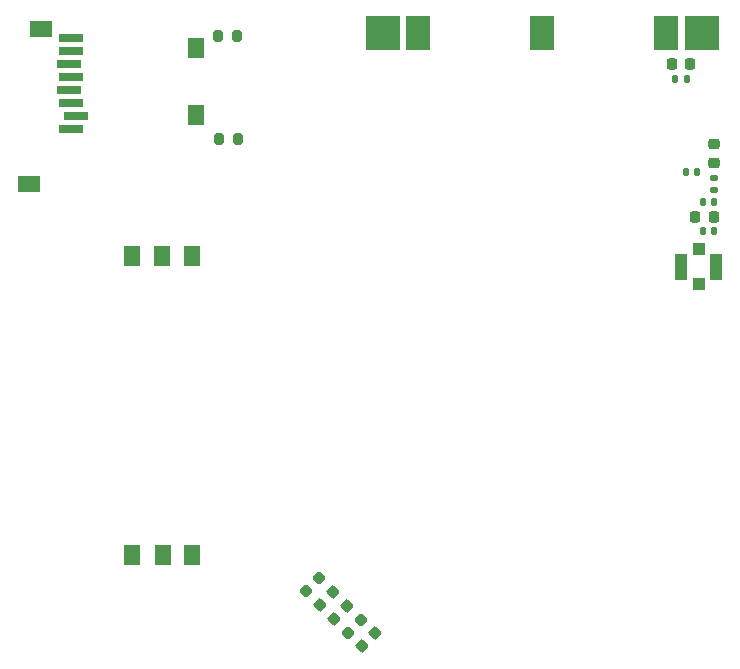
<source format=gbr>
G04 #@! TF.GenerationSoftware,KiCad,Pcbnew,6.0.11+dfsg-1~bpo11+1*
G04 #@! TF.CreationDate,2023-05-20T19:26:12-04:00*
G04 #@! TF.ProjectId,RUSP_Daughterboard,52555350-5f44-4617-9567-68746572626f,rev?*
G04 #@! TF.SameCoordinates,Original*
G04 #@! TF.FileFunction,Paste,Top*
G04 #@! TF.FilePolarity,Positive*
%FSLAX46Y46*%
G04 Gerber Fmt 4.6, Leading zero omitted, Abs format (unit mm)*
G04 Created by KiCad (PCBNEW 6.0.11+dfsg-1~bpo11+1) date 2023-05-20 19:26:12*
%MOMM*%
%LPD*%
G01*
G04 APERTURE LIST*
G04 Aperture macros list*
%AMRoundRect*
0 Rectangle with rounded corners*
0 $1 Rounding radius*
0 $2 $3 $4 $5 $6 $7 $8 $9 X,Y pos of 4 corners*
0 Add a 4 corners polygon primitive as box body*
4,1,4,$2,$3,$4,$5,$6,$7,$8,$9,$2,$3,0*
0 Add four circle primitives for the rounded corners*
1,1,$1+$1,$2,$3*
1,1,$1+$1,$4,$5*
1,1,$1+$1,$6,$7*
1,1,$1+$1,$8,$9*
0 Add four rect primitives between the rounded corners*
20,1,$1+$1,$2,$3,$4,$5,0*
20,1,$1+$1,$4,$5,$6,$7,0*
20,1,$1+$1,$6,$7,$8,$9,0*
20,1,$1+$1,$8,$9,$2,$3,0*%
G04 Aperture macros list end*
%ADD10RoundRect,0.225000X-0.017678X0.335876X-0.335876X0.017678X0.017678X-0.335876X0.335876X-0.017678X0*%
%ADD11RoundRect,0.218750X-0.026517X0.335876X-0.335876X0.026517X0.026517X-0.335876X0.335876X-0.026517X0*%
%ADD12RoundRect,0.200000X0.200000X0.275000X-0.200000X0.275000X-0.200000X-0.275000X0.200000X-0.275000X0*%
%ADD13R,2.000000X0.800000*%
%ADD14R,1.400000X1.800000*%
%ADD15R,1.900000X1.400000*%
%ADD16RoundRect,0.140000X-0.140000X-0.170000X0.140000X-0.170000X0.140000X0.170000X-0.140000X0.170000X0*%
%ADD17RoundRect,0.147500X-0.147500X-0.172500X0.147500X-0.172500X0.147500X0.172500X-0.147500X0.172500X0*%
%ADD18RoundRect,0.140000X-0.170000X0.140000X-0.170000X-0.140000X0.170000X-0.140000X0.170000X0.140000X0*%
%ADD19RoundRect,0.218750X-0.218750X-0.256250X0.218750X-0.256250X0.218750X0.256250X-0.218750X0.256250X0*%
%ADD20R,1.000000X1.000000*%
%ADD21R,1.050000X2.200000*%
%ADD22R,2.000000X3.000000*%
%ADD23R,3.000000X3.000000*%
%ADD24RoundRect,0.218750X-0.256250X0.218750X-0.256250X-0.218750X0.256250X-0.218750X0.256250X0.218750X0*%
G04 APERTURE END LIST*
D10*
X146698008Y-119201992D03*
X145601992Y-120298008D03*
X145548008Y-118026992D03*
X144451992Y-119123008D03*
D11*
X144356847Y-116843153D03*
X143243153Y-117956847D03*
D10*
X149073008Y-121551992D03*
X147976992Y-122648008D03*
D12*
X137525000Y-79700000D03*
X135875000Y-79700000D03*
X137440000Y-71000000D03*
X135790000Y-71000000D03*
D13*
X123375000Y-78840000D03*
X123775000Y-77740000D03*
X123375000Y-76640000D03*
X123175000Y-75540000D03*
X123375000Y-74440000D03*
X123175000Y-73340000D03*
X123375000Y-72240000D03*
X123375000Y-71140000D03*
D14*
X133925000Y-71950000D03*
X133925000Y-77650000D03*
D15*
X120775000Y-70350000D03*
X119775000Y-83500000D03*
D11*
X147906847Y-120368153D03*
X146793153Y-121481847D03*
D14*
X133580000Y-114866500D03*
X131103500Y-114866500D03*
X128500000Y-114866500D03*
X133580000Y-89593500D03*
X131040000Y-89593500D03*
X128500000Y-89593500D03*
D16*
X176820000Y-85000000D03*
X177780000Y-85000000D03*
D17*
X175415000Y-82500000D03*
X176385000Y-82500000D03*
D18*
X177800000Y-83020000D03*
X177800000Y-83980000D03*
D19*
X176212500Y-86300000D03*
X177787500Y-86300000D03*
X174212500Y-73300000D03*
X175787500Y-73300000D03*
D20*
X176500000Y-89000000D03*
D21*
X177975000Y-90500000D03*
X175025000Y-90500000D03*
D20*
X176500000Y-92000000D03*
D22*
X152750000Y-70750000D03*
D23*
X149750000Y-70750000D03*
D22*
X163250000Y-70750000D03*
D23*
X176750000Y-70750000D03*
D22*
X173750000Y-70750000D03*
D16*
X176820000Y-87500000D03*
X177780000Y-87500000D03*
X174520000Y-74600000D03*
X175480000Y-74600000D03*
D24*
X177800000Y-80112500D03*
X177800000Y-81687500D03*
M02*

</source>
